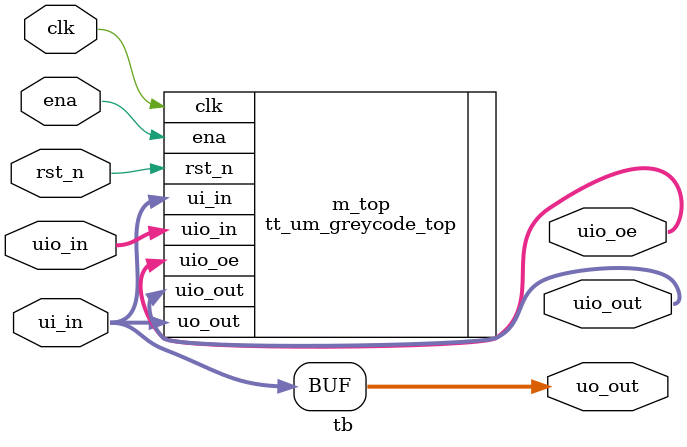
<source format=v>
`default_nettype none
`timescale 1ns/1ps

`ifdef GL_TEST

  module tb
  (
   input        ena,     // Can be ignored
   input        clk,
   input        rst_n,

   input [7:0]  ui_in,   // Dedicated inputs
   output [7:0] uo_out,  // Dedicated outputs

   input [7:0]  uio_in,  // Tri-state input path
   output [7:0] uio_out, // Tri-state output path
   output [7:0] uio_oe   // Tri-state output enable
  );

   tt_um_greycode_top m_top
   (
    .vccd1   ( 1'b1 ),
    .vssd1   ( 1'b0 ),

    .ena     ( ena ),
    .clk     ( clk ),
    .rst_n   ( rst_n ),

    .ui_in   ( ui_in ),
    .uo_out  ( uo_out ),

    .uio_in  ( uio_in ),
    .uio_out ( uio_out ),
    .uio_oe  ( uio_oe )
   );

`else

////////////////////////////////////////
  module tb
  (
   input        ena,     // Can be ignored
   input        clk,
   input        rst_n,

   input [7:0]  ui_in,   // Dedicated inputs
   output [7:0] uo_out,  // Dedicated outputs

   input [7:0]  uio_in,  // Tri-state input path
   output [7:0] uio_out, // Tri-state output path
   output [7:0] uio_oe   // Tri-state output enable
  );

   initial begin
      $dumpfile ("tb.vcd");
      $dumpvars (0, tb);
      #1;
   end

   assign ui_in  = uo_out;  // For compare and latency check.

   tt_um_greycode_top #( .pTEST( 'b1 ) ) m_top
   (
    .ena     ( ena ),
    .clk     ( clk ),
    .rst_n   ( rst_n ),

    .ui_in   ( ui_in ),
    .uo_out  ( uo_out ),

    .uio_in  ( uio_in ),
    .uio_out ( uio_out ),
    .uio_oe  ( uio_oe )
   );

`endif

endmodule

</source>
